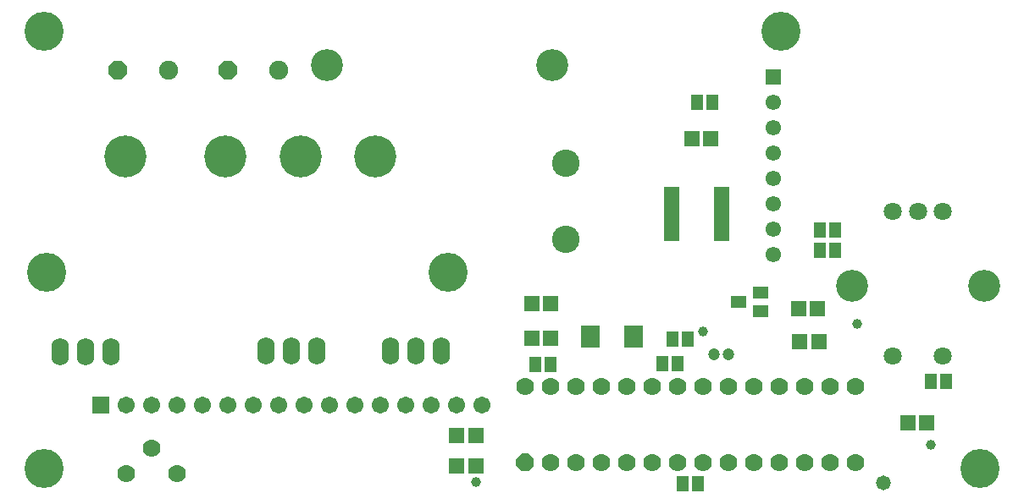
<source format=gbr>
%FSLAX44Y44*%
%MOMM*%
G71*
G01*
G75*
G04 Layer_Color=8388736*
%ADD10R,1.1000X1.4000*%
%ADD11R,1.3000X1.4000*%
%ADD12R,1.4000X5.2000*%
%ADD13R,1.7000X2.0000*%
%ADD14R,1.4000X1.0000*%
%ADD15C,0.5000*%
%ADD16C,0.2000*%
%ADD17C,2.0000*%
%ADD18C,0.6500*%
%ADD19C,0.6500*%
%ADD20C,0.3000*%
%ADD21C,3.7000*%
%ADD22C,1.5000*%
%ADD23R,1.5000X1.5000*%
%ADD24P,1.8401X8X22.5*%
%ADD25C,1.7000*%
%ADD26C,3.0000*%
%ADD27C,4.0000*%
%ADD28C,2.5400*%
%ADD29C,1.5748*%
%ADD30P,1.7046X8X112.5*%
%ADD31O,1.5240X2.5400*%
%ADD32C,1.3508*%
%ADD33R,1.3508X1.3508*%
%ADD34C,1.0000*%
%ADD35C,1.6000*%
%ADD36C,0.8000*%
%ADD37C,1.2700*%
%ADD38R,1.6000X1.6000*%
%ADD39C,0.4000*%
%ADD40C,0.7000*%
%ADD41C,0.2540*%
%ADD42C,0.1524*%
%ADD43C,0.1500*%
%ADD44C,0.2032*%
%ADD45C,0.3048*%
%ADD46R,1.3032X1.6032*%
%ADD47R,1.5032X1.6032*%
%ADD48R,1.6032X5.4032*%
%ADD49R,1.9032X2.2032*%
%ADD50R,1.6032X1.2032*%
%ADD51C,3.9032*%
%ADD52C,1.7032*%
%ADD53R,1.7032X1.7032*%
%ADD54P,2.0600X8X22.5*%
%ADD55C,1.9032*%
%ADD56C,3.2032*%
%ADD57C,4.2032*%
%ADD58C,2.7432*%
%ADD59C,1.7780*%
%ADD60P,1.9245X8X112.5*%
%ADD61O,1.7272X2.7432*%
%ADD62C,1.5540*%
%ADD63R,1.5540X1.5540*%
%ADD64C,1.2032*%
%ADD65C,1.8032*%
%ADD66C,1.0032*%
%ADD67C,1.4732*%
D46*
X523360Y135890D02*
D03*
X538360D02*
D03*
X684650Y398780D02*
D03*
X699650D02*
D03*
X933330Y119380D02*
D03*
X918330D02*
D03*
X660520Y161290D02*
D03*
X675520D02*
D03*
X665360Y137160D02*
D03*
X650360D02*
D03*
X807840Y270510D02*
D03*
X822840D02*
D03*
X807840Y250190D02*
D03*
X822840D02*
D03*
X685680Y16510D02*
D03*
X670680D02*
D03*
D47*
X679500Y361950D02*
D03*
X698500D02*
D03*
X538430Y196850D02*
D03*
X519430D02*
D03*
X519480Y162560D02*
D03*
X538480D02*
D03*
X463500Y34290D02*
D03*
X444500D02*
D03*
X463500Y64770D02*
D03*
X444500D02*
D03*
X914350Y77470D02*
D03*
X895350D02*
D03*
X806400Y158750D02*
D03*
X787400D02*
D03*
X786180Y191770D02*
D03*
X805180D02*
D03*
D48*
X709530Y287020D02*
D03*
X659530D02*
D03*
D49*
X577940Y163830D02*
D03*
X620940D02*
D03*
D50*
X748030Y208230D02*
D03*
X726030Y198730D02*
D03*
X748030Y189230D02*
D03*
D51*
X31750Y469900D02*
D03*
Y31750D02*
D03*
X967740D02*
D03*
X34290Y228600D02*
D03*
X435610D02*
D03*
X768350Y469900D02*
D03*
D52*
X469900Y95250D02*
D03*
X444500D02*
D03*
X419100D02*
D03*
X393700D02*
D03*
X368300D02*
D03*
X342900D02*
D03*
X317500D02*
D03*
X292100D02*
D03*
X266700D02*
D03*
X241300D02*
D03*
X215900D02*
D03*
X190500D02*
D03*
X165100D02*
D03*
X139700D02*
D03*
X114300D02*
D03*
D53*
X88900D02*
D03*
D54*
X105410Y430530D02*
D03*
X215900D02*
D03*
D55*
X156210D02*
D03*
X266700D02*
D03*
D56*
X314706Y435610D02*
D03*
X539750D02*
D03*
X971550Y214630D02*
D03*
X839470D02*
D03*
D57*
X363220Y344170D02*
D03*
X288030D02*
D03*
X213106D02*
D03*
X113030D02*
D03*
D58*
X553720Y337820D02*
D03*
Y261620D02*
D03*
D59*
X843280Y38100D02*
D03*
X817880D02*
D03*
X792480D02*
D03*
X538480D02*
D03*
X563880D02*
D03*
X589280D02*
D03*
X614680D02*
D03*
X640080D02*
D03*
X665480D02*
D03*
X690880D02*
D03*
X716280D02*
D03*
X741680D02*
D03*
X767080D02*
D03*
Y114300D02*
D03*
X741680D02*
D03*
X716280D02*
D03*
X690880D02*
D03*
X665480D02*
D03*
X640080D02*
D03*
X614680D02*
D03*
X589280D02*
D03*
X563880D02*
D03*
X538480D02*
D03*
X513080D02*
D03*
X843280D02*
D03*
X817880D02*
D03*
X792480D02*
D03*
X165100Y26670D02*
D03*
X139700Y52070D02*
D03*
X114300Y26670D02*
D03*
D60*
X513080Y38100D02*
D03*
D61*
X73660Y148590D02*
D03*
X48260D02*
D03*
X99060D02*
D03*
X279400Y149860D02*
D03*
X254000D02*
D03*
X304800D02*
D03*
X403860D02*
D03*
X378460D02*
D03*
X429260D02*
D03*
D62*
X760730Y246380D02*
D03*
Y271780D02*
D03*
Y297180D02*
D03*
Y322580D02*
D03*
Y347980D02*
D03*
Y373380D02*
D03*
Y398780D02*
D03*
D63*
Y424180D02*
D03*
D64*
X716280Y146050D02*
D03*
X701280D02*
D03*
D65*
X905550Y289630D02*
D03*
X930550D02*
D03*
X880550D02*
D03*
Y144630D02*
D03*
X930550D02*
D03*
D66*
X918270Y55820D02*
D03*
X463500Y18288D02*
D03*
X690880Y168924D02*
D03*
X845058Y176784D02*
D03*
D67*
X871220Y17780D02*
D03*
M02*

</source>
